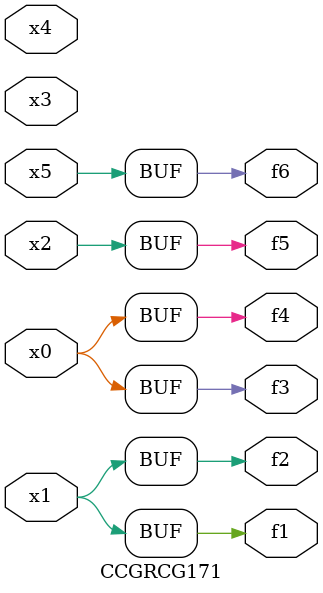
<source format=v>
module CCGRCG171(
	input x0, x1, x2, x3, x4, x5,
	output f1, f2, f3, f4, f5, f6
);
	assign f1 = x1;
	assign f2 = x1;
	assign f3 = x0;
	assign f4 = x0;
	assign f5 = x2;
	assign f6 = x5;
endmodule

</source>
